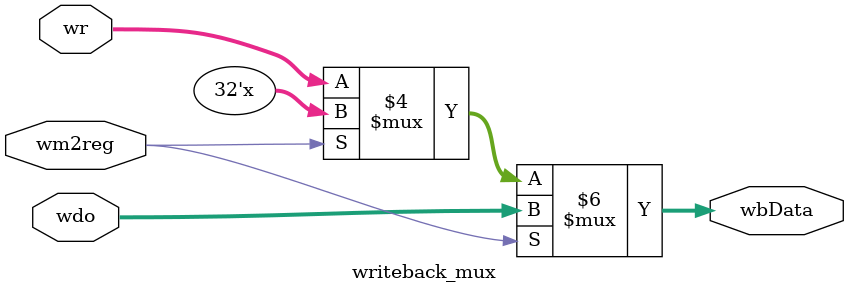
<source format=v>
`timescale 1ns / 1ps


module writeback_mux(
    input [31:0] wr,
    input [31:0] wdo,
    input wm2reg,
    output reg [31:0] wbData
    );
    always @(*) begin
        if (wm2reg == 0) begin
            wbData <= wr;
        end
        if (wm2reg == 1) begin
            wbData <= wdo;
        end
    end
endmodule

</source>
